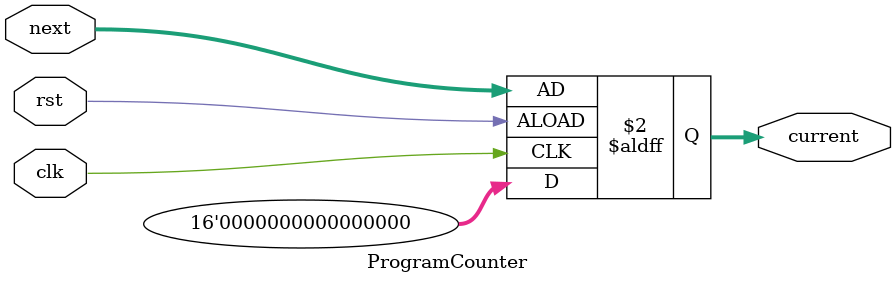
<source format=v>
module ProgramCounter (
    input   wire            clk,
    input   wire            rst,
    input   wire    [15:0]  next,

    output  reg     [15:0]  current
);
    always @(posedge clk, negedge rst) begin
        if (rst) begin
            current = 15'd0;
        end
        else begin
            current = next;
        end
    end
    
endmodule
</source>
